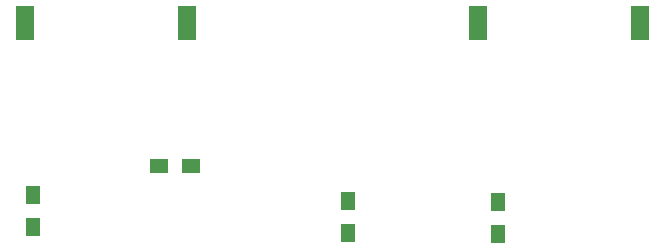
<source format=gbr>
%TF.GenerationSoftware,KiCad,Pcbnew,(5.1.9)-1*%
%TF.CreationDate,2021-03-02T23:28:56+00:00*%
%TF.ProjectId,Four Power Outlet,466f7572-2050-46f7-9765-72204f75746c,rev?*%
%TF.SameCoordinates,Original*%
%TF.FileFunction,Paste,Top*%
%TF.FilePolarity,Positive*%
%FSLAX46Y46*%
G04 Gerber Fmt 4.6, Leading zero omitted, Abs format (unit mm)*
G04 Created by KiCad (PCBNEW (5.1.9)-1) date 2021-03-02 23:28:56*
%MOMM*%
%LPD*%
G01*
G04 APERTURE LIST*
%ADD10R,1.300000X1.500000*%
%ADD11R,1.500000X1.300000*%
%ADD12R,1.500000X3.000000*%
G04 APERTURE END LIST*
D10*
%TO.C,R1*%
X118110000Y-125175000D03*
X118110000Y-122475000D03*
%TD*%
%TO.C,R4*%
X78740000Y-124540000D03*
X78740000Y-121840000D03*
%TD*%
D11*
%TO.C,R3*%
X89455000Y-119380000D03*
X92155000Y-119380000D03*
%TD*%
D10*
%TO.C,R2*%
X105410000Y-125095000D03*
X105410000Y-122395000D03*
%TD*%
D12*
%TO.C,J5*%
X78074000Y-107315000D03*
%TD*%
%TO.C,J4*%
X91790000Y-107315000D03*
%TD*%
%TO.C,J3*%
X116490000Y-107315000D03*
%TD*%
%TO.C,J2*%
X130206000Y-107315000D03*
%TD*%
M02*

</source>
